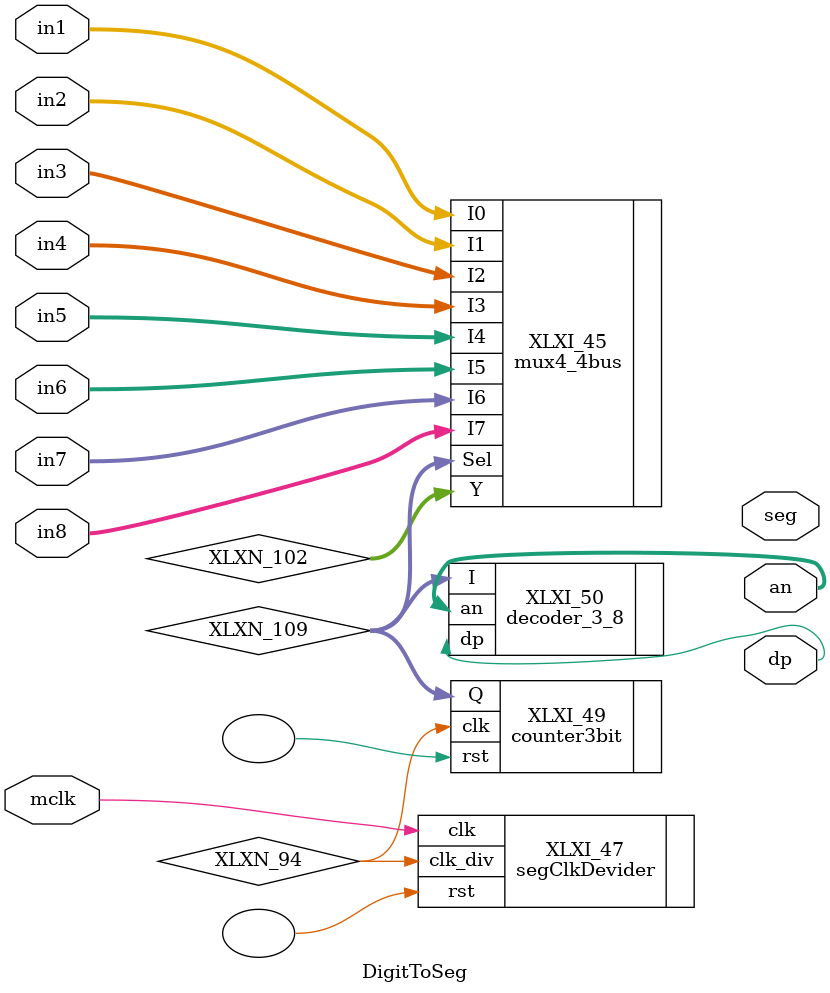
<source format=v>
`timescale 1ns / 1ps

module DigitToSeg(in1, 
           in2, 
           in3, 
           in4,
           in5,
           in6,
           in7,
           in8, 
           mclk, 
           an, 
           dp,
           seg);

    input [3:0] in1;
    input [3:0] in2;
    input [3:0] in3;
    input [3:0] in4;
    input [3:0] in5;
    input [3:0] in6;
    input [3:0] in7;
    input [3:0] in8;
    input mclk;
    output [7:0] an;
    output [6:0] seg;
    output dp;
   
   //wire swt7;
   wire XLXN_94;
   wire [3:0] XLXN_102;
   wire [2:0] XLXN_109;
   
   /*sevensegdecoder  XLXI_6 (.nIn(XLXN_102[3:0]), 
                           .ssOut(seg[6:0]));*/
   mux4_4bus  XLXI_45 (.I0(in1[3:0]), 
                      .I1(in2[3:0]), 
                      .I2(in3[3:0]), 
                      .I3(in4[3:0]),
                      .I4(in5[3:0]), 
                      .I5(in6[3:0]), 
                      .I6(in7[3:0]), 
                      .I7(in8[3:0]),  
                      .Sel(XLXN_109[2:0]), 
                      .Y(XLXN_102[3:0]));
                      
   segClkDevider  XLXI_47 (.clk(mclk), 
                          .rst(), 
                          .clk_div(XLXN_94));
                          
   //GND  XLXI_48 (.G(swt7));
   counter3bit  XLXI_49 (.clk(XLXN_94), 
                        .rst(), 
                        .Q(XLXN_109[2:0]));
   decoder_3_8  XLXI_50 (.I(XLXN_109[2:0]),
                        .dp(dp), 
                        .an(an[7:0]));
                        
  
endmodule

</source>
